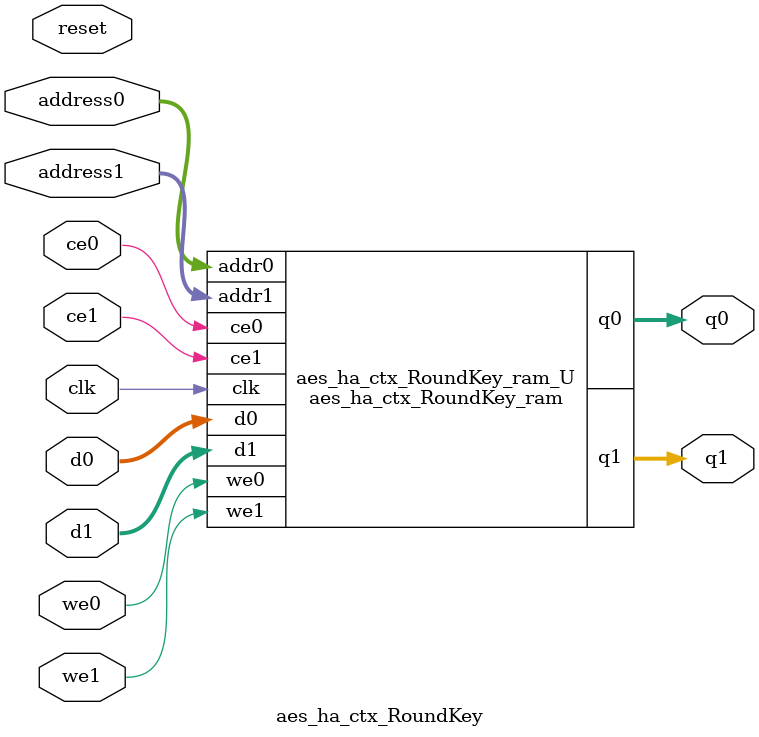
<source format=v>
`timescale 1 ns / 1 ps
module aes_ha_ctx_RoundKey_ram (addr0, ce0, d0, we0, q0, addr1, ce1, d1, we1, q1,  clk);

parameter DWIDTH = 8;
parameter AWIDTH = 8;
parameter MEM_SIZE = 176;

input[AWIDTH-1:0] addr0;
input ce0;
input[DWIDTH-1:0] d0;
input we0;
output reg[DWIDTH-1:0] q0;
input[AWIDTH-1:0] addr1;
input ce1;
input[DWIDTH-1:0] d1;
input we1;
output reg[DWIDTH-1:0] q1;
input clk;

(* ram_style = "block" *)reg [DWIDTH-1:0] ram[0:MEM_SIZE-1];




always @(posedge clk)  
begin 
    if (ce0) 
    begin
        if (we0) 
        begin 
            ram[addr0] <= d0; 
        end 
        q0 <= ram[addr0];
    end
end


always @(posedge clk)  
begin 
    if (ce1) 
    begin
        if (we1) 
        begin 
            ram[addr1] <= d1; 
        end 
        q1 <= ram[addr1];
    end
end


endmodule

`timescale 1 ns / 1 ps
module aes_ha_ctx_RoundKey(
    reset,
    clk,
    address0,
    ce0,
    we0,
    d0,
    q0,
    address1,
    ce1,
    we1,
    d1,
    q1);

parameter DataWidth = 32'd8;
parameter AddressRange = 32'd176;
parameter AddressWidth = 32'd8;
input reset;
input clk;
input[AddressWidth - 1:0] address0;
input ce0;
input we0;
input[DataWidth - 1:0] d0;
output[DataWidth - 1:0] q0;
input[AddressWidth - 1:0] address1;
input ce1;
input we1;
input[DataWidth - 1:0] d1;
output[DataWidth - 1:0] q1;



aes_ha_ctx_RoundKey_ram aes_ha_ctx_RoundKey_ram_U(
    .clk( clk ),
    .addr0( address0 ),
    .ce0( ce0 ),
    .we0( we0 ),
    .d0( d0 ),
    .q0( q0 ),
    .addr1( address1 ),
    .ce1( ce1 ),
    .we1( we1 ),
    .d1( d1 ),
    .q1( q1 ));

endmodule


</source>
